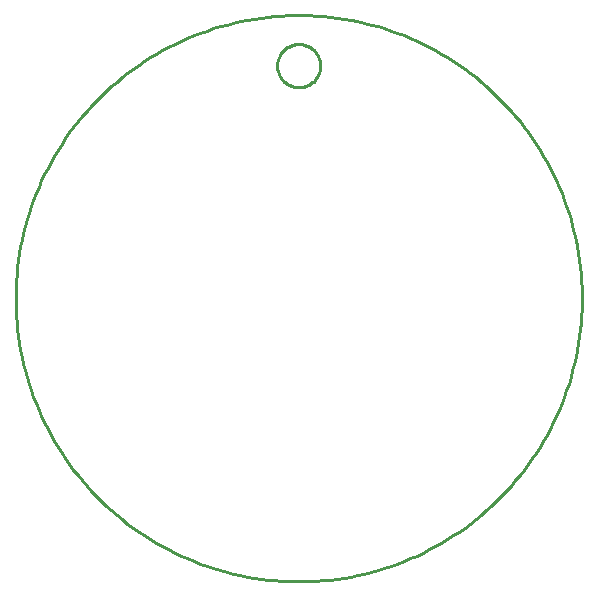
<source format=gbr>
G04 EAGLE Gerber RS-274X export*
G75*
%MOMM*%
%FSLAX34Y34*%
%LPD*%
%IN*%
%IPPOS*%
%AMOC8*
5,1,8,0,0,1.08239X$1,22.5*%
G01*
%ADD10C,0.254000*%


D10*
X239623Y3409D02*
X239623Y9291D01*
X239479Y15171D01*
X239190Y21045D01*
X238758Y26911D01*
X238181Y32764D01*
X237461Y38601D01*
X236598Y44419D01*
X235593Y50214D01*
X234445Y55982D01*
X233156Y61721D01*
X231727Y67426D01*
X230159Y73095D01*
X228451Y78723D01*
X226606Y84308D01*
X224625Y89845D01*
X222508Y95333D01*
X220258Y100767D01*
X217874Y106144D01*
X215359Y111461D01*
X212715Y116714D01*
X209942Y121901D01*
X207043Y127019D01*
X204020Y132063D01*
X200873Y137032D01*
X197606Y141923D01*
X194219Y146731D01*
X190715Y151455D01*
X187097Y156092D01*
X183366Y160639D01*
X179524Y165092D01*
X175574Y169450D01*
X171519Y173710D01*
X167360Y177869D01*
X163100Y181924D01*
X158742Y185874D01*
X154289Y189716D01*
X149742Y193447D01*
X145105Y197065D01*
X140381Y200569D01*
X135573Y203956D01*
X130682Y207223D01*
X125713Y210370D01*
X120669Y213393D01*
X115551Y216292D01*
X110364Y219065D01*
X105111Y221709D01*
X99794Y224224D01*
X94417Y226608D01*
X88983Y228858D01*
X83495Y230975D01*
X77958Y232956D01*
X72373Y234801D01*
X66745Y236509D01*
X61076Y238077D01*
X55371Y239506D01*
X49632Y240795D01*
X43864Y241943D01*
X38069Y242948D01*
X32251Y243811D01*
X26414Y244531D01*
X20561Y245108D01*
X14695Y245540D01*
X8821Y245829D01*
X2941Y245973D01*
X-2941Y245973D01*
X-8821Y245829D01*
X-14695Y245540D01*
X-20561Y245108D01*
X-26414Y244531D01*
X-32251Y243811D01*
X-38069Y242948D01*
X-43864Y241943D01*
X-49632Y240795D01*
X-55371Y239506D01*
X-61076Y238077D01*
X-66745Y236509D01*
X-72373Y234801D01*
X-77958Y232956D01*
X-83495Y230975D01*
X-88983Y228858D01*
X-94417Y226608D01*
X-99794Y224224D01*
X-105111Y221709D01*
X-110364Y219065D01*
X-115551Y216292D01*
X-120669Y213393D01*
X-125713Y210370D01*
X-130682Y207223D01*
X-135573Y203956D01*
X-140381Y200569D01*
X-145105Y197065D01*
X-149742Y193447D01*
X-154289Y189716D01*
X-158742Y185874D01*
X-163100Y181924D01*
X-167360Y177869D01*
X-171519Y173710D01*
X-175574Y169450D01*
X-179524Y165092D01*
X-183366Y160639D01*
X-187097Y156092D01*
X-190715Y151455D01*
X-194219Y146731D01*
X-197606Y141923D01*
X-200873Y137032D01*
X-204020Y132063D01*
X-207043Y127019D01*
X-209942Y121901D01*
X-212715Y116714D01*
X-215359Y111461D01*
X-217874Y106144D01*
X-220258Y100767D01*
X-222508Y95333D01*
X-224625Y89845D01*
X-226606Y84308D01*
X-228451Y78723D01*
X-230159Y73095D01*
X-231727Y67426D01*
X-233156Y61721D01*
X-234445Y55982D01*
X-235593Y50214D01*
X-236598Y44419D01*
X-237461Y38601D01*
X-238181Y32764D01*
X-238758Y26911D01*
X-239190Y21045D01*
X-239479Y15171D01*
X-239623Y9291D01*
X-239623Y3409D01*
X-239479Y-2471D01*
X-239190Y-8345D01*
X-238758Y-14211D01*
X-238181Y-20064D01*
X-237461Y-25901D01*
X-236598Y-31719D01*
X-235593Y-37514D01*
X-234445Y-43282D01*
X-233156Y-49021D01*
X-231727Y-54726D01*
X-230159Y-60395D01*
X-228451Y-66023D01*
X-226606Y-71608D01*
X-224625Y-77145D01*
X-222508Y-82633D01*
X-220258Y-88067D01*
X-217874Y-93444D01*
X-215359Y-98761D01*
X-212715Y-104014D01*
X-209942Y-109201D01*
X-207043Y-114319D01*
X-204020Y-119363D01*
X-200873Y-124332D01*
X-197606Y-129223D01*
X-194219Y-134031D01*
X-190715Y-138755D01*
X-187097Y-143392D01*
X-183366Y-147939D01*
X-179524Y-152392D01*
X-175574Y-156750D01*
X-171519Y-161010D01*
X-167360Y-165169D01*
X-163100Y-169224D01*
X-158742Y-173174D01*
X-154289Y-177016D01*
X-149742Y-180747D01*
X-145105Y-184365D01*
X-140381Y-187869D01*
X-135573Y-191256D01*
X-130682Y-194523D01*
X-125713Y-197670D01*
X-120669Y-200693D01*
X-115551Y-203592D01*
X-110364Y-206365D01*
X-105111Y-209009D01*
X-99794Y-211524D01*
X-94417Y-213908D01*
X-88983Y-216158D01*
X-83495Y-218275D01*
X-77958Y-220256D01*
X-72373Y-222101D01*
X-66745Y-223809D01*
X-61076Y-225377D01*
X-55371Y-226806D01*
X-49632Y-228095D01*
X-43864Y-229243D01*
X-38069Y-230248D01*
X-32251Y-231111D01*
X-26414Y-231831D01*
X-20561Y-232408D01*
X-14695Y-232840D01*
X-8821Y-233129D01*
X-2941Y-233273D01*
X2941Y-233273D01*
X8821Y-233129D01*
X14695Y-232840D01*
X20561Y-232408D01*
X26414Y-231831D01*
X32251Y-231111D01*
X38069Y-230248D01*
X43864Y-229243D01*
X49632Y-228095D01*
X55371Y-226806D01*
X61076Y-225377D01*
X66745Y-223809D01*
X72373Y-222101D01*
X77958Y-220256D01*
X83495Y-218275D01*
X88983Y-216158D01*
X94417Y-213908D01*
X99794Y-211524D01*
X105111Y-209009D01*
X110364Y-206365D01*
X115551Y-203592D01*
X120669Y-200693D01*
X125713Y-197670D01*
X130682Y-194523D01*
X135573Y-191256D01*
X140381Y-187869D01*
X145105Y-184365D01*
X149742Y-180747D01*
X154289Y-177016D01*
X158742Y-173174D01*
X163100Y-169224D01*
X167360Y-165169D01*
X171519Y-161010D01*
X175574Y-156750D01*
X179524Y-152392D01*
X183366Y-147939D01*
X187097Y-143392D01*
X190715Y-138755D01*
X194219Y-134031D01*
X197606Y-129223D01*
X200873Y-124332D01*
X204020Y-119363D01*
X207043Y-114319D01*
X209942Y-109201D01*
X212715Y-104014D01*
X215359Y-98761D01*
X217874Y-93444D01*
X220258Y-88067D01*
X222508Y-82633D01*
X224625Y-77145D01*
X226606Y-71608D01*
X228451Y-66023D01*
X230159Y-60395D01*
X231727Y-54726D01*
X233156Y-49021D01*
X234445Y-43282D01*
X235593Y-37514D01*
X236598Y-31719D01*
X237461Y-25901D01*
X238181Y-20064D01*
X238758Y-14211D01*
X239190Y-8345D01*
X239479Y-2471D01*
X239623Y3409D01*
X18288Y202601D02*
X18210Y201407D01*
X18053Y200219D01*
X17820Y199045D01*
X17510Y197888D01*
X17125Y196755D01*
X16667Y195648D01*
X16137Y194574D01*
X15539Y193538D01*
X14873Y192542D01*
X14144Y191592D01*
X13355Y190692D01*
X12508Y189845D01*
X11608Y189056D01*
X10658Y188327D01*
X9662Y187661D01*
X8626Y187063D01*
X7552Y186533D01*
X6445Y186075D01*
X5312Y185690D01*
X4155Y185380D01*
X2981Y185147D01*
X1794Y184990D01*
X599Y184912D01*
X-599Y184912D01*
X-1794Y184990D01*
X-2981Y185147D01*
X-4155Y185380D01*
X-5312Y185690D01*
X-6445Y186075D01*
X-7552Y186533D01*
X-8626Y187063D01*
X-9662Y187661D01*
X-10658Y188327D01*
X-11608Y189056D01*
X-12508Y189845D01*
X-13355Y190692D01*
X-14144Y191592D01*
X-14873Y192542D01*
X-15539Y193538D01*
X-16137Y194574D01*
X-16667Y195648D01*
X-17125Y196755D01*
X-17510Y197888D01*
X-17820Y199045D01*
X-18053Y200219D01*
X-18210Y201407D01*
X-18288Y202601D01*
X-18288Y203799D01*
X-18210Y204994D01*
X-18053Y206181D01*
X-17820Y207355D01*
X-17510Y208512D01*
X-17125Y209645D01*
X-16667Y210752D01*
X-16137Y211826D01*
X-15539Y212862D01*
X-14873Y213858D01*
X-14144Y214808D01*
X-13355Y215708D01*
X-12508Y216555D01*
X-11608Y217344D01*
X-10658Y218073D01*
X-9662Y218739D01*
X-8626Y219337D01*
X-7552Y219867D01*
X-6445Y220325D01*
X-5312Y220710D01*
X-4155Y221020D01*
X-2981Y221253D01*
X-1794Y221410D01*
X-599Y221488D01*
X599Y221488D01*
X1794Y221410D01*
X2981Y221253D01*
X4155Y221020D01*
X5312Y220710D01*
X6445Y220325D01*
X7552Y219867D01*
X8626Y219337D01*
X9662Y218739D01*
X10658Y218073D01*
X11608Y217344D01*
X12508Y216555D01*
X13355Y215708D01*
X14144Y214808D01*
X14873Y213858D01*
X15539Y212862D01*
X16137Y211826D01*
X16667Y210752D01*
X17125Y209645D01*
X17510Y208512D01*
X17820Y207355D01*
X18053Y206181D01*
X18210Y204994D01*
X18288Y203799D01*
X18288Y202601D01*
M02*

</source>
